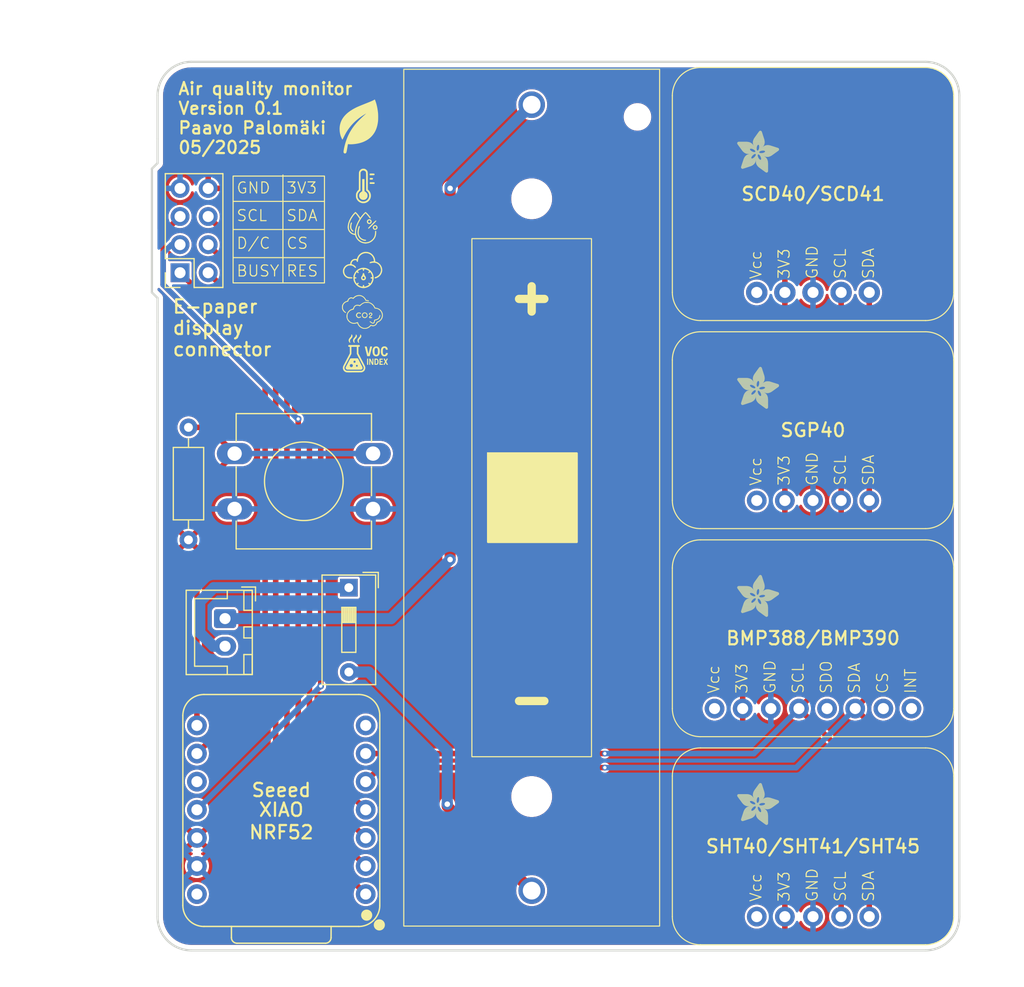
<source format=kicad_pcb>
(kicad_pcb (version 20240108) (generator "pcbnew") (generator_version "8.0")
  (layers (0 "F.Cu" signal) (31 "B.Cu" signal) (34 "B.Paste" user) (35 "F.Paste" user) (36 "B.SilkS" user "B.Silkscreen") (37 "F.SilkS" user "F.Silkscreen") (38 "B.Mask" user) (39 "F.Mask" user) (44 "Edge.Cuts" user))
  (net 0 "")
  (net 1 "GND")
  (net 2 "Net-(BT1-+)")
  (net 3 "Net-(BT1--)")
  (net 4 "Button")
  (net 5 "Net-(J1-Pin_2)")
  (net 6 "EPD D{slash}C")
  (net 8 "+3V3")
  (net 15 "EPD_BUSY")
  (net 16 "EPD CS")
  (net 18 "SPI_SDA")
  (net 19 "SPI_SCL")
  (net 20 "EPD_RES")
  (net 21 "I2C_SDA")
  (net 22 "I2C_SCL")
  (footprint "adafruit_scd4x:adafruit_scd4x" (layer "F.Cu") (at 221.234 61.722)
    (property "Reference" "U5" (hide yes))
    (property "Value" "Adafruit SCD4x")
    (fp_text user "SDA" (at 5.588 7.747 90) (layer "F.SilkS") (effects (font (thickness 0.1)) (justify left bottom)))
    (fp_text user "3V3" (at -2.032 7.747 90) (layer "F.SilkS") (effects (font (thickness 0.1)) (justify left bottom)))
    (fp_text user "Vcc" (at -4.572 7.747 90) (layer "F.SilkS") (effects (font (thickness 0.1)) (justify left bottom)))
    (fp_text user "SCD40/SCD41" (at 0 0 0) (layer "F.SilkS") (effects (font (size 1.2 1.2) (thickness 0.2))))
    (fp_text user "SCL" (at 3.048 7.747 90) (layer "F.SilkS") (effects (font (thickness 0.1)) (justify left bottom)))
    (fp_text user "GND" (at 0.508 7.747 90) (layer "F.SilkS") (effects (font (thickness 0.1)) (justify left bottom)))
    (pad "1" thru_hole circle (at -5.08 8.89 90) (size 1.9304 1.9304) (drill 1) (layers "*.Cu" "*.Mask"))
    (pad "2" thru_hole circle (at -2.54 8.89 90) (size 1.9304 1.9304) (drill 1) (layers "*.Cu" "*.Mask") (net 8 "+3V3"))
    (pad "3" thru_hole circle (at 0 8.89 90) (size 1.9304 1.9304) (drill 1) (layers "*.Cu" "*.Mask") (net 1 "GND"))
    (pad "4" thru_hole circle (at 2.54 8.89 90) (size 1.9304 1.9304) (drill 1) (layers "*.Cu" "*.Mask") (net 22 "I2C_SCL"))
    (pad "5" thru_hole circle (at 5.08 8.89 90) (size 1.9304 1.9304) (drill 1) (layers "*.Cu" "*.Mask") (net 21 "I2C_SDA"))
  )
  (footprint "adafruit_sht4x:adafruit_sht4x" (layer "F.Cu") (at 221.234 120.65)
    (property "Reference" "U3" (hide yes))
    (property "Value" "Adafruit SHT4X" (hide yes))
    (fp_text user "SHT40/SHT41/SHT45" (at 0 0 0) (layer "F.SilkS") (effects (font (size 1.2 1.2) (thickness 0.2))))
    (fp_text user "GND" (at 0.508 5.08 90) (layer "F.SilkS") (effects (font (thickness 0.1)) (justify left bottom)))
    (fp_text user "SDA" (at 5.588 5.08 90) (layer "F.SilkS") (effects (font (thickness 0.1)) (justify left bottom)))
    (fp_text user "3V3" (at -2.032 5.08 90) (layer "F.SilkS") (effects (font (thickness 0.1)) (justify left bottom)))
    (fp_text user "SCL" (at 3.048 5.08 90) (layer "F.SilkS") (effects (font (thickness 0.1)) (justify left bottom)))
    (fp_text user "Vcc" (at -4.572 5.08 90) (layer "F.SilkS") (effects (font (thickness 0.1)) (justify left bottom)))
    (pad "1" thru_hole circle (at -5.08 6.35 90) (size 1.778 1.778) (drill 1) (layers "*.Cu" "*.Mask"))
    (pad "2" thru_hole circle (at -2.54 6.35 90) (size 1.778 1.778) (drill 1) (layers "*.Cu" "*.Mask") (net 8 "+3V3"))
    (pad "3" thru_hole circle (at 0 6.35 90) (size 1.778 1.778) (drill 1) (layers "*.Cu" "*.Mask") (net 1 "GND"))
    (pad "4" thru_hole circle (at 2.54 6.35 90) (size 1.778 1.778) (drill 1) (layers "*.Cu" "*.Mask") (net 22 "I2C_SCL"))
    (pad "5" thru_hole circle (at 5.08 6.35 90) (size 1.778 1.778) (drill 1) (layers "*.Cu" "*.Mask") (net 21 "I2C_SDA"))
  )
  (footprint "18650_socket:18650_socket" (layer "F.Cu") (at 195.834 89.154)
    (property "Reference" "BT1" (hide yes))
    (property "Value" "Battery_Cell")
    (fp_text user "-" (at 0 18.161 0) (layer "F.SilkS") (effects (font (size 3 3) (thickness 0.75) (bold yes))))
    (fp_text user "+" (at 0 -18.161 0) (layer "F.SilkS") (effects (font (size 3 3) (thickness 0.75) (bold yes))))
    (pad "" np_thru_hole circle (at 0 -27) (size 3.2 3.2) (drill 3.2) (layers "F&B.Cu" "*.Mask"))
    (pad "" np_thru_hole circle (at 0 27) (size 3.2 3.2) (drill 3.2) (layers "F&B.Cu" "*.Mask"))
    (pad "" np_thru_hole circle (at 9.55 -34.4) (size 2 2) (drill 2) (layers "F&B.Cu" "*.Mask"))
    (pad "1" thru_hole circle (at 0 35.5) (size 2.4 2.4) (drill 1.6) (layers "*.Cu" "*.Mask") (net 2 "Net-(BT1-+)"))
    (pad "2" thru_hole circle (at 0 -35.5) (size 2.4 2.4) (drill 1.6) (layers "*.Cu" "*.Mask") (net 3 "Net-(BT1--)"))
  )
  (footprint "adafruit_bmp390:adafruit_bmp390" (layer "F.Cu") (at 221.234 101.854)
    (property "Reference" "U4" (hide yes))
    (property "Value" "Adafruit BMP390")
    (fp_text user "Vcc" (at -8.382 5.08 90) (layer "F.SilkS") (effects (font (thickness 0.1)) (justify left bottom)))
    (fp_text user "GND" (at -3.302 5.08 90) (layer "F.SilkS") (effects (font (thickness 0.1)) (justify left bottom)))
    (fp_text user "CS" (at 6.858 5.08 90) (layer "F.SilkS") (effects (font (thickness 0.1)) (justify left bottom)))
    (fp_text user "3V3" (at -5.842 5.08 90) (layer "F.SilkS") (effects (font (thickness 0.1)) (justify left bottom)))
    (fp_text user "INT" (at 9.398 5.08 90) (layer "F.SilkS") (effects (font (thickness 0.1)) (justify left bottom)))
    (fp_text user "SCL" (at -0.762 5.08 90) (layer "F.SilkS") (effects (font (thickness 0.1)) (justify left bottom)))
    (fp_text user "SDO" (at 1.778 5.08 90) (layer "F.SilkS") (effects (font (thickness 0.1)) (justify left bottom)))
    (fp_text user "SDA" (at 4.318 5.08 90) (layer "F.SilkS") (effects (font (thickness 0.1)) (justify left bottom)))
    (fp_text user "BMP388/BMP390" (at 0 0 0) (layer "F.SilkS") (effects (font (size 1.2 1.2) (thickness 0.2))))
    (pad "1" thru_hole circle (at -8.89 6.35 90) (size 1.778 1.778) (drill 1) (layers "*.Cu" "*.Mask"))
    (pad "2" thru_hole circle (at -6.35 6.35 90) (size 1.778 1.778) (drill 1) (layers "*.Cu" "*.Mask") (net 8 "+3V3"))
    (pad "3" thru_hole circle (at -3.81 6.35 90) (size 1.778 1.778) (drill 1) (layers "*.Cu" "*.Mask") (net 1 "GND"))
    (pad "4" thru_hole circle (at -1.27 6.35 90) (size 1.778 1.778) (drill 1) (layers "*.Cu" "*.Mask") (net 22 "I2C_SCL"))
    (pad "5" thru_hole circle (at 1.27 6.35 90) (size 1.778 1.778) (drill 1) (layers "*.Cu" "*.Mask"))
    (pad "6" thru_hole circle (at 3.81 6.35 90) (size 1.778 1.778) (drill 1) (layers "*.Cu" "*.Mask") (net 21 "I2C_SDA"))
    (pad "7" thru_hole circle (at 6.35 6.35 90) (size 1.778 1.778) (drill 1) (layers "*.Cu" "*.Mask"))
    (pad "8" thru_hole circle (at 8.89 6.35 90) (size 1.778 1.778) (drill 1) (layers "*.Cu" "*.Mask"))
  )
  (footprint "seeed_xiao_nrf52:XIAO-nRF52840-DIP2" (layer "F.Cu") (at 173.228 117.348 180)
    (property "Reference" "U1" (hide yes))
    (property "Value" "XIAO-nRF52840-DIP")
    (fp_text user "NRF52" (at 0 -2.032 0) (layer "F.SilkS") (effects (font (size 1.2 1.2) (thickness 0.2) (bold yes))))
    (fp_text user "Seeed" (at 0 1.778 0) (layer "F.SilkS") (effects (font (size 1.2 1.2) (thickness 0.2) (bold yes))))
    (fp_text user "XIAO" (at 0 0 0) (layer "F.SilkS") (effects (font (size 1.2 1.2) (thickness 0.2) (bold yes))))
    (pad "1" thru_hole circle (at -7.62 -7.62) (size 1.778 1.778) (drill 1) (layers "*.Cu" "*.Mask") (net 15 "EPD_BUSY"))
    (pad "2" thru_hole circle (at -7.62 -5.08) (size 1.778 1.778) (drill 1) (layers "*.Cu" "*.Mask") (net 20 "EPD_RES"))
    (pad "3" thru_hole circle (at -7.62 -2.54) (size 1.778 1.778) (drill 1) (layers "*.Cu" "*.Mask") (net 6 "EPD D{slash}C"))
    (pad "4" thru_hole circle (at -7.62 0) (size 1.778 1.778) (drill 1) (layers "*.Cu" "*.Mask") (net 16 "EPD CS"))
    (pad "5" thru_hole circle (at -7.62 2.54) (size 1.778 1.778) (drill 1) (layers "*.Cu" "*.Mask") (net 21 "I2C_SDA"))
    (pad "6" thru_hole circle (at -7.62 5.08) (size 1.778 1.778) (drill 1) (layers "*.Cu" "*.Mask") (net 22 "I2C_SCL"))
    (pad "7" thru_hole circle (at -7.62 7.62) (size 1.778 1.778) (drill 1) (layers "*.Cu" "*.Mask"))
    (pad "8" thru_hole circle (at 7.62 7.62 180) (size 1.778 1.778) (drill 1) (layers "*.Cu" "*.Mask") (net 4 "Button"))
    (pad "9" thru_hole circle (at 7.62 5.08 180) (size 1.778 1.778) (drill 1) (layers "*.Cu" "*.Mask") (net 19 "SPI_SCL"))
    (pad "10" thru_hole circle (at 7.62 2.54 180) (size 1.778 1.778) (drill 1) (layers "*.Cu" "*.Mask"))
    (pad "11" thru_hole circle (at 7.62 0 180) (size 1.778 1.778) (drill 1) (layers "*.Cu" "*.Mask") (net 18 "SPI_SDA"))
    (pad "12" thru_hole circle (at 7.62 -2.54 180) (size 1.778 1.778) (drill 1) (layers "*.Cu" "*.Mask") (net 8 "+3V3"))
    (pad "13" thru_hole circle (at 7.62 -5.08 180) (size 1.778 1.778) (drill 1) (layers "*.Cu" "*.Mask") (net 1 "GND"))
    (pad "14" thru_hole circle (at 7.62 -7.62 180) (size 1.778 1.778) (drill 1) (layers "*.Cu" "*.Mask"))
  )
  (footprint "LOGO" (layer "F.Cu") (at 180.594 68.58)
    (property "Reference" "G***" (hide yes))
    (property "Value" "LOGO" (hide yes))
  )
  (footprint "LOGO" (layer "F.Cu") (at 180.848 60.96)
    (property "Reference" "G***" (hide yes))
    (property "Value" "LOGO" (hide yes))
  )
  (footprint "Connector_JST:JST_XH_B2B-XH-A_1x02_P2.50mm_Vertical" (layer "F.Cu") (at 168.148 100.076 -90)
    (property "Reference" "J1" (hide yes))
    (property "Value" "Conn_01x02")
    (pad "1" thru_hole roundrect (at 0 0 270) (size 1.7 2) (drill 1) (layers "*.Cu" "*.Mask") (roundrect_rratio 0.147059) (net 3 "Net-(BT1--)"))
    (pad "2" thru_hole oval (at 2.5 0 270) (size 1.7 2) (drill 1) (layers "*.Cu" "*.Mask") (net 5 "Net-(J1-Pin_2)"))
  )
  (footprint "LOGO" (layer "F.Cu") (at 180.594 72.39)
    (property "Reference" "G***" (hide yes))
    (property "Value" "LOGO" (hide yes))
  )
  (footprint "LOGO" (layer "F.Cu") (at 180.594 64.77)
    (property "Reference" "G***" (hide yes))
    (property "Value" "LOGO" (hide yes))
  )
  (footprint "Button_Switch_THT:SW_DIP_SPSTx01_Slide_9.78x4.72mm_W7.62mm_P2.54mm" (layer "F.Cu") (at 179.324 97.282 -90)
    (property "Reference" "SW2" (hide yes))
    (property "Value" "SW_DIP_x01")
    (pad "1" thru_hole rect (at 0 0 270) (size 1.6 1.6) (drill 0.8) (layers "*.Cu" "*.Mask") (net 5 "Net-(J1-Pin_2)"))
    (pad "2" thru_hole oval (at 7.62 0 270) (size 1.6 1.6) (drill 0.8) (layers "*.Cu" "*.Mask") (net 2 "Net-(BT1-+)"))
  )
  (footprint "Button_Switch_THT:SW_PUSH-12mm" (layer "F.Cu") (at 169.01 85.17)
    (property "Reference" "SW1" (hide yes))
    (property "Value" "SW_Push_Dual")
    (pad "1" thru_hole oval (at 0 0) (size 3.2 1.9) (drill 1.3) (layers "*.Cu" "*.Mask") (net 4 "Button"))
    (pad "1" thru_hole oval (at 12.5 0) (size 3.2 1.9) (drill 1.3) (layers "*.Cu" "*.Mask") (net 4 "Button"))
    (pad "2" thru_hole oval (at 0 5) (size 3.2 1.9) (drill 1.3) (layers "*.Cu" "*.Mask") (net 1 "GND"))
    (pad "2" thru_hole oval (at 12.5 5) (size 3.2 1.9) (drill 1.3) (layers "*.Cu" "*.Mask") (net 1 "GND"))
  )
  (footprint "LOGO" (layer "F.Cu") (at 180.848 76.2)
    (property "Reference" "G***" (hide yes))
    (property "Value" "LOGO" (hide yes))
  )
  (footprint "Connector_PinSocket_2.54mm:PinSocket_2x04_P2.54mm_Vertical" (layer "F.Cu") (at 164.084 68.834 180)
    (property "Reference" "J2" (hide yes))
    (property "Value" "Conn_02x04_Odd_Even" (hide yes))
    (pad "1" thru_hole rect (at 0 0 180) (size 1.7 1.7) (drill 1) (layers "*.Cu" "*.Mask") (net 15 "EPD_BUSY"))
    (pad "2" thru_hole oval (at -2.54 0 180) (size 1.7 1.7) (drill 1) (layers "*.Cu" "*.Mask") (net 20 "EPD_RES"))
    (pad "3" thru_hole oval (at 0 2.54 180) (size 1.7 1.7) (drill 1) (layers "*.Cu" "*.Mask") (net 6 "EPD D{slash}C"))
    (pad "4" thru_hole oval (at -2.54 2.54 180) (size 1.7 1.7) (drill 1) (layers "*.Cu" "*.Mask") (net 16 "EPD CS"))
    (pad "5" thru_hole oval (at 0 5.08 180) (size 1.7 1.7) (drill 1) (layers "*.Cu" "*.Mask") (net 19 "SPI_SCL"))
    (pad "6" thru_hole oval (at -2.54 5.08 180) (size 1.7 1.7) (drill 1) (layers "*.Cu" "*.Mask") (net 18 "SPI_SDA"))
    (pad "7" thru_hole oval (at 0 7.62 180) (size 1.7 1.7) (drill 1) (layers "*.Cu" "*.Mask") (net 1 "GND"))
    (pad "8" thru_hole oval (at -2.54 7.62 180) (size 1.7 1.7) (drill 1) (layers "*.Cu" "*.Mask") (net 8 "+3V3"))
  )
  (footprint "Resistor_THT:R_Axial_DIN0207_L6.3mm_D2.5mm_P10.16mm_Horizontal" (layer "F.Cu") (at 164.846 92.964 90)
    (property "Reference" "R1" (hide yes))
    (property "Value" "R")
    (pad "1" thru_hole circle (at 0 0 90) (size 1.6 1.6) (drill 0.8) (layers "*.Cu" "*.Mask") (net 8 "+3V3"))
    (pad "2" thru_hole oval (at 10.16 0 90) (size 1.6 1.6) (drill 0.8) (layers "*.Cu" "*.Mask") (net 4 "Button"))
  )
  (footprint "adafruit_sgp40:adafruit_sgp40" (layer "F.Cu") (at 221.234 83.058)
    (property "Reference" "U2" (hide yes))
    (property "Value" "Adafruit SGP40")
    (fp_text user "SCL" (at 3.048 5.08 90) (layer "F.SilkS") (effects (font (thickness 0.1)) (justify left bottom)))
    (fp_text user "SDA" (at 5.588 5.08 90) (layer "F.SilkS") (effects (font (thickness 0.1)) (justify left bottom)))
    (fp_text user "SGP40" (at 0 0 0) (layer "F.SilkS") (effects (font (size 1.2 1.2) (thickness 0.2))))
    (fp_text user "3V3" (at -2.032 5.08 90) (layer "F.SilkS") (effects (font (thickness 0.1)) (justify left bottom)))
    (fp_text user "GND" (at 0.508 5.08 90) (layer "F.SilkS") (effects (font (thickness 0.1)) (justify left bottom)))
    (fp_text user "Vcc" (at -4.572 5.08 90) (layer "F.SilkS") (effects (font (thickness 0.1)) (justify left bottom)))
    (pad "1" thru_hole circle (at -5.08 6.35 90) (size 1.778 1.778) (drill 1) (layers "*.Cu" "*.Mask"))
    (pad "2" thru_hole circle (at -2.54 6.35 90) (size 1.778 1.778) (drill 1) (layers "*.Cu" "*.Mask") (net 8 "+3V3"))
    (pad "3" thru_hole circle (at 0 6.35 90) (size 1.778 1.778) (drill 1) (layers "*.Cu" "*.Mask") (net 1 "GND"))
    (pad "4" thru_hole circle (at 2.54 6.35 90) (size 1.778 1.778) (drill 1) (layers "*.Cu" "*.Mask") (net 22 "I2C_SCL"))
    (pad "5" thru_hole circle (at 5.08 6.35 90) (size 1.778 1.778) (drill 1) (layers "*.Cu" "*.Mask") (net 21 "I2C_SDA"))
  )
  (footprint "LOGO" (layer "F.Cu") (at 180.086 55.626)
    (property "Reference" "G***" (hide yes))
    (property "Value" "LOGO" (hide yes))
  )
  (gr_line (start 168.874 64.928) (end 177.124 64.928) (stroke (width 0.1)) (layer "F.SilkS"))
  (gr_rect (start 191.898 85.154) (end 199.898 93.154) (stroke (width 0.2)) (fill solid) (layer "F.SilkS"))
  (gr_rect (start 168.874 60.102) (end 177.124 69.754) (stroke (width 0.1)) (fill none) (layer "F.SilkS"))
  (gr_line (start 168.874 62.388) (end 177.124 62.388) (stroke (width 0.1)) (layer "F.SilkS"))
  (gr_line (start 168.874 67.468) (end 177.124 67.468) (stroke (width 0.1)) (layer "F.SilkS"))
  (gr_line (start 173.374 69.754) (end 173.374 60.004) (stroke (width 0.1)) (layer "F.SilkS"))
  (gr_line (start 234.442 127) (end 234.442 52.832) (stroke (width 0.2)) (layer "Edge.Cuts"))
  (gr_line (start 161.544 59.436) (end 161.544 70.612) (stroke (width 0.2)) (layer "Edge.Cuts"))
  (gr_line (start 162.052 71.12) (end 162.052 73.312214) (stroke (width 0.2)) (layer "Edge.Cuts"))
  (gr_arc (start 234.442 127) (mid 233.549261 129.155261) (end 231.394 130.048) (stroke (width 0.2)) (layer "Edge.Cuts"))
  (gr_arc (start 165.1 130.048) (mid 162.944739 129.155261) (end 162.052 127) (stroke (width 0.2)) (layer "Edge.Cuts"))
  (gr_arc (start 162.052 52.832) (mid 162.944739 50.676739) (end 165.1 49.784) (stroke (width 0.2)) (layer "Edge.Cuts"))
  (gr_arc (start 231.394 49.784) (mid 233.549261 50.676739) (end 234.442 52.832) (stroke (width 0.2)) (layer "Edge.Cuts"))
  (gr_line (start 162.052 58.928) (end 162.052 56.735786) (stroke (width 0.2)) (layer "Edge.Cuts"))
  (gr_line (start 231.394 49.784) (end 165.1 49.784) (stroke (width 0.2)) (layer "Edge.Cuts"))
  (gr_line (start 161.544 70.612) (end 162.052 71.12) (stroke (width 0.2)) (layer "Edge.Cuts"))
  (gr_line (start 165.1 130.048) (end 231.394 130.048) (stroke (width 0.2)) (layer "Edge.Cuts"))
  (gr_line (start 162.052 52.832) (end 162.052 56.735786) (stroke (width 0.2)) (layer "Edge.Cuts"))
  (gr_line (start 161.544 59.436) (end 162.052 58.928) (stroke (width 0.2)) (layer "Edge.Cuts"))
  (gr_line (start 162.052 73.312214) (end 162.052 127) (stroke (width 0.2)) (layer "Edge.Cuts"))
  (gr_text "GND" (at 169.124 61.754 0) (layer "F.SilkS") (effects (font (size 1 1) (thickness 0.1)) (justify left bottom)))
  (gr_text "SDA" (at 173.624 64.254 0) (layer "F.SilkS") (effects (font (size 1 1) (thickness 0.1)) (justify left bottom)))
  (gr_text "RES" (at 173.624 69.254 0) (layer "F.SilkS") (effects (font (size 1 1) (thickness 0.1)) (justify left bottom)))
  (gr_text "BUSY\n" (at 169.124 69.254 0) (layer "F.SilkS") (effects (font (size 1 1) (thickness 0.1)) (justify left bottom)))
  (gr_text "3V3" (at 173.624 61.754 0) (layer "F.SilkS") (effects (font (size 1 1) (thickness 0.1)) (justify left bottom)))
  (gr_text "CS" (at 173.624 66.754 0) (layer "F.SilkS") (effects (font (size 1 1) (thickness 0.1)) (justify left bottom)))
  (gr_text "E-paper \ndisplay\nconnector" (at 163.322 76.454 0) (layer "F.SilkS") (effects (font (size 1.2 1.2) (thickness 0.2) (bold yes)) (justify left bottom)))
  (gr_text "D/C" (at 169.124 66.754 0) (layer "F.SilkS") (effects (font (size 1 1) (thickness 0.1)) (justify left bottom)))
  (gr_text "Air quality monitor\nVersion 0.1\nPaavo Palomäki\n05/2025" (at 163.83 58.166 0) (layer "F.SilkS") (effects (font (size 1.1 1.1) (thickness 0.2) (bold yes)) (justify left bottom)))
  (gr_text "SCL" (at 169.124 64.254 0) (layer "F.SilkS") (effects (font (size 1 1) (thickness 0.1)) (justify left bottom)))
  (segment (start 195.834 124.654) (end 188.214 117.034) (width 1) (layer "F.Cu") (net 2))
  (segment (start 188.214 117.034) (end 188.214 116.84) (width 1) (layer "F.Cu") (net 2))
  (via (at 188.214 116.84) (size 1) (drill 0.5) (layers "F.Cu" "B.Cu") (net 2))
  (segment (start 195.834 124.46) (end 195.834 124.654) (width 1) (layer "B.Cu") (net 2))
  (segment (start 181.102 104.902) (end 188.214 112.014) (width 1) (layer "B.Cu") (net 2))
  (segment (start 179.324 104.902) (end 181.102 104.902) (width 1) (layer "B.Cu") (net 2))
  (segment (start 188.214 112.014) (end 188.214 116.84) (width 1) (layer "B.Cu") (net 2))
  (segment (start 188.468 94.742) (end 188.468 61.214) (width 1) (layer "F.Cu") (net 3))
  (via (at 188.468 61.214) (size 1) (drill 0.5) (layers "F.Cu" "B.Cu") (net 3))
  (via (at 188.468 94.742) (size 1) (drill 0.5) (layers "F.Cu" "B.Cu") (net 3))
  (segment (start 168.148 100.076) (end 183.134 100.076) (width 1) (layer "B.Cu") (net 3))
  (segment (start 188.468 61.02) (end 195.834 53.654) (width 1) (layer "B.Cu") (net 3))
  (segment (start 188.468 61.214) (end 188.468 61.02) (width 1) (layer "B.Cu") (net 3))
  (segment (start 183.134 100.076) (end 188.468 94.742) (width 1) (layer "B.Cu") (net 3))
  (segment (start 166.644 82.804) (end 169.01 85.17) (width 0.5) (layer "F.Cu") (net 4))
  (segment (start 165.608 95.758) (end 166.37 94.996) (width 0.5) (layer "F.Cu") (net 4))
  (segment (start 166.37 87.81) (end 169.01 85.17) (width 0.5) (layer "F.Cu") (net 4))
  (segment (start 166.37 94.996) (end 166.37 87.81) (width 0.5) (layer "F.Cu") (net 4))
  (segment (start 165.608 109.728) (end 165.608 95.758) (width 0.5) (layer "F.Cu") (net 4))
  (segment (start 164.846 82.804) (end 166.644 82.804) (width 0.5) (layer "F.Cu") (net 4))
  (segment (start 169.01 85.17) (end 181.51 85.17) (width 0.5) (layer "B.Cu") (net 4))
  (segment (start 167.132 97.282) (end 165.862 98.552) (width 1) (layer "B.Cu") (net 5))
  (segment (start 165.862 98.552) (end 165.862 101.346) (width 1) (layer "B.Cu") (net 5))
  (segment (start 179.324 97.282) (end 167.132 97.282) (width 1) (layer "B.Cu") (net 5))
  (segment (start 167.092 102.576) (end 168.148 102.576) (width 1) (layer "B.Cu") (net 5))
  (segment (start 165.862 101.346) (end 167.092 102.576) (width 1) (layer "B.Cu") (net 5))
  (segment (start 174.752 113.792) (end 180.848 119.888) (width 0.5) (layer "F.Cu") (net 6))
  (segment (start 174.752 82.042) (end 174.752 113.792) (width 0.5) (layer "F.Cu") (net 6))
  (via (at 174.752 82.042) (size 0.6) (drill 0.3) (layers "F.Cu" "B.Cu") (net 6))
  (segment (start 162.56 67.056) (end 163.322 66.294) (width 0.5) (layer "B.Cu") (net 6))
  (segment (start 162.56 69.91) (end 162.56 67.056) (width 0.5) (layer "B.Cu") (net 6))
  (segment (start 163.322 66.294) (end 164.084 66.294) (width 0.5) (layer "B.Cu") (net 6))
  (segment (start 174.752 82.102) (end 162.56 69.91) (width 0.5) (layer "B.Cu") (net 6))
  (segment (start 172.72 116.84) (end 172.72 77.47) (width 0.5) (layer "F.Cu") (net 15))
  (segment (start 172.72 77.47) (end 171.958 76.708) (width 0.5) (layer "F.Cu") (net 15))
  (segment (start 171.958 76.708) (end 164.084 68.834) (width 0.5) (layer "F.Cu") (net 15))
  (segment (start 180.848 124.968) (end 172.72 116.84) (width 0.5) (layer "F.Cu") (net 15))
  (segment (start 174.172 73.842) (end 166.624 66.294) (width 0.5) (layer "F.Cu") (net 16))
  (segment (start 180.848 117.348) (end 175.768 112.268) (width 0.5) (layer "F.Cu") (net 16))
  (segment (start 175.768 111.18) (end 175.768 75.438) (width 0.5) (layer "F.Cu") (net 16))
  (segment (start 175.768 112.268) (end 175.768 110.672) (width 0.5) (layer "F.Cu") (net 16))
  (segment (start 175.768 75.438) (end 174.172 73.842) (width 0.5) (layer "F.Cu") (net 16))
  (segment (start 176.784 106.172) (end 176.784 73.914) (width 0.5) (layer "F.Cu") (net 18))
  (segment (start 176.784 73.914) (end 166.624 63.754) (width 0.5) (layer "F.Cu") (net 18))
  (via (at 176.784 106.172) (size 0.6) (drill 0.3) (layers "F.Cu" "B.Cu") (net 18))
  (segment (start 165.608 117.348) (end 176.784 106.172) (width 0.5) (layer "B.Cu") (net 18))
  (segment (start 162.56 65.278) (end 162.56 69.91) (width 0.5) (layer "F.Cu") (net 19))
  (segment (start 162.56 69.91) (end 171.766 79.116) (width 0.5) (layer "F.Cu") (net 19))
  (segment (start 171.766 79.116) (end 171.766 106.11) (width 0.5) (layer "F.Cu") (net 19))
  (segment (start 164.084 63.754) (end 162.56 65.278) (width 0.5) (layer "F.Cu") (net 19))
  (segment (start 171.766 106.11) (end 165.608 112.268) (width 0.5) (layer "F.Cu") (net 19))
  (segment (start 173.736 115.824) (end 173.736 75.946) (width 0.5) (layer "F.Cu") (net 20))
  (segment (start 180.848 122.428) (end 173.736 115.316) (width 0.5) (layer "F.Cu") (net 20))
  (segment (start 173.166 75.376) (end 172.658 74.868) (width 0.5) (layer "F.Cu") (net 20))
  (segment (start 173.736 75.946) (end 173.166 75.376) (width 0.5) (layer "F.Cu") (net 20))
  (segment (start 172.658 74.868) (end 166.624 68.834) (width 0.5) (layer "F.Cu") (net 20))
  (segment (start 226.314 127) (end 226.314 109.474) (width 0.5) (layer "F.Cu") (net 21))
  (segment (start 226.314 70.612) (end 226.314 89.408) (width 0.5) (layer "F.Cu") (net 21))
  (segment (start 182.118 113.538) (end 180.848 114.808) (width 0.5) (layer "F.Cu") (net 21))
  (segment (start 226.314 106.934) (end 225.044 108.204) (width 0.5) (layer "F.Cu") (net 21))
  (segment (start 202.438 113.538) (end 182.118 113.538) (width 0.5) (layer "F.Cu") (net 21))
  (segment (start 226.314 89.408) (end 226.314 106.934) (width 0.5) (layer "F.Cu") (net 21))
  (segment (start 226.314 109.474) (end 225.044 108.204) (width 0.5) (layer "F.Cu") (net 21))
  (via (at 202.438 113.538) (size 0.5) (drill 0.3) (layers "F.Cu" "B.Cu") (net 21))
  (segment (start 202.438 113.538) (end 219.71 113.538) (width 0.5) (layer "B.Cu") (net 21))
  (segment (start 219.71 113.538) (end 225.044 108.204) (width 0.5) (layer "B.Cu") (net 21))
  (segment (start 223.774 112.014) (end 219.964 108.204) (width 0.5) (layer "F.Cu") (net 22))
  (segment (start 223.774 104.394) (end 219.964 108.204) (width 0.5) (layer "F.Cu") (net 22))
  (segment (start 223.774 89.408) (end 223.774 104.394) (width 0.5) (layer "F.Cu") (net 22))
  (segment (start 223.774 127) (end 223.774 112.014) (width 0.5) (layer "F.Cu") (net 22))
  (segment (start 202.438 112.268) (end 180.848 112.268) (width 0.5) (layer "F.Cu") (net 22))
  (segment (start 223.774 70.612) (end 223.774 89.408) (width 0.5) (layer "F.Cu") (net 22))
  (via (at 202.438 112.268) (size 0.5) (drill 0.3) (layers "F.Cu" "B.Cu") (net 22))
  (segment (start 202.438 112.268) (end 215.9 112.268) (width 0.5) (layer "B.Cu") (net 22))
  (segment (start 215.9 112.268) (end 219.964 108.204) (width 0.5) (layer "B.Cu") (net 22))
  (zone (net 8) (net_name "+3V3") (layer "F.Cu") (connect_pads (clearance 0)) (min_thickness 0.25) (fill yes (thermal_gap 0.5) (thermal_bridge_width 0.5))
    (polygon (pts (xy 154.178 44.196) (xy 239.776 44.196) (xy 240.284 133.35) (xy 151.892 133.096) (xy 147.828 47.498)))
  )
  (zone (net 1) (net_name "GND") (layer "B.Cu") (connect_pads (clearance 0)) (min_thickness 0.25) (fill yes (thermal_gap 0.5) (thermal_bridge_width 0.5))
    (polygon (pts (xy 154.178 44.196) (xy 239.776 44.196) (xy 240.284 133.35) (xy 151.892 133.096) (xy 147.828 47.498)))
  )
)
</source>
